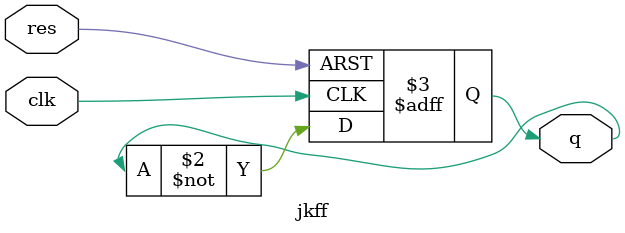
<source format=v>
module increment_rep_carry_counter #(parameter N = 3)(q,clock,reset);

output[N:0] q;
input clock, reset;
//genvar i;

jkff jkff_0(.q(q[0]), .clk(clock), .res(reset));
jkff jkff_1(.q(q[1]), .clk(~q[0]), .res(reset));
jkff jkff_2(.q(q[2]), .clk(~q[1]), .res(reset));
jkff jkff_3(.q(q[3]), .clk(~q[2]), .res(reset));

//generate
//    
//    for(i = 1; i < N; i = i + 1) begin
//        jkff jkff_1(.q(q[i]),.clk(q[i-1]),.res(reset));
//    end
//
//endgenerate
//
endmodule


module jkff(q, clk, res);

output reg q;
input clk, res;

always @(posedge clk or posedge res)
begin
    if (res)
        q <= 0;
    else
        q <= ~q;
end

endmodule

</source>
